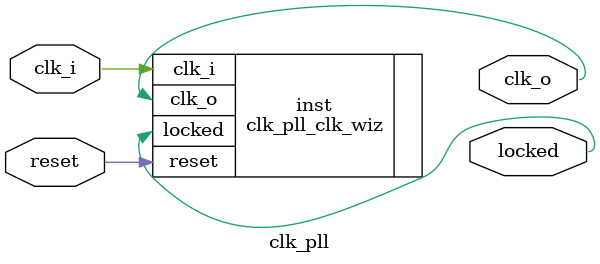
<source format=v>


`timescale 1ps/1ps

(* CORE_GENERATION_INFO = "clk_pll,clk_wiz_v6_0_4_0_0,{component_name=clk_pll,use_phase_alignment=true,use_min_o_jitter=false,use_max_i_jitter=false,use_dyn_phase_shift=false,use_inclk_switchover=false,use_dyn_reconfig=false,enable_axi=0,feedback_source=FDBK_AUTO,PRIMITIVE=PLL,num_out_clk=1,clkin1_period=10.000,clkin2_period=10.000,use_power_down=false,use_reset=true,use_locked=true,use_inclk_stopped=false,feedback_type=SINGLE,CLOCK_MGR_TYPE=NA,manual_override=false}" *)

module clk_pll 
 (
  // Clock out ports
  output        clk_o,
  // Status and control signals
  input         reset,
  output        locked,
 // Clock in ports
  input         clk_i
 );

  clk_pll_clk_wiz inst
  (
  // Clock out ports  
  .clk_o(clk_o),
  // Status and control signals               
  .reset(reset), 
  .locked(locked),
 // Clock in ports
  .clk_i(clk_i)
  );

endmodule

</source>
